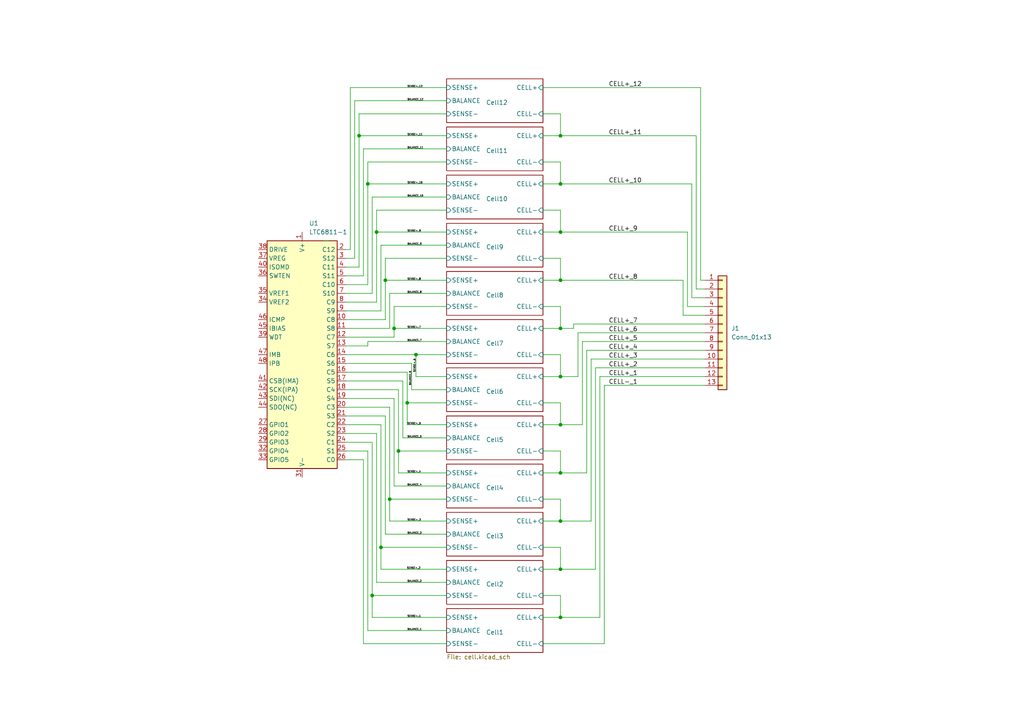
<source format=kicad_sch>
(kicad_sch (version 20211123) (generator eeschema)
  (paper "A4")
  (lib_symbols
    (symbol "Battery_Management:LTC6804-1"
      (property "Reference" "U" (at -10.16 34.29 0))
      (property "Value" "LTC6804-1" (at -16.51 -34.29 0))
      (symbol "LTC6804-1_0_1"
        (rectangle (start 10.16 -33.02) (end -10.16 33.02) (stroke (width 0.254)) (fill (type background)))
      )
      (symbol "LTC6804-1_1_1"
        (pin power_in line (at 0 35.56 270) (length 2.54) (name "V+") (number "1"))
        (pin input line (at 12.7 10.16 180) (length 2.54) (name "C8") (number "10"))
        (pin bidirectional line (at 12.7 7.62 180) (length 2.54) (name "S8") (number "11"))
        (pin input line (at 12.7 5.08 180) (length 2.54) (name "C7") (number "12"))
        (pin bidirectional line (at 12.7 2.54 180) (length 2.54) (name "S7") (number "13"))
        (pin input line (at 12.7 0 180) (length 2.54) (name "C6") (number "14"))
        (pin bidirectional line (at 12.7 -2.54 180) (length 2.54) (name "S6") (number "15"))
        (pin input line (at 12.7 -5.08 180) (length 2.54) (name "C5") (number "16"))
        (pin bidirectional line (at 12.7 -7.62 180) (length 2.54) (name "S5") (number "17"))
        (pin input line (at 12.7 -10.16 180) (length 2.54) (name "C4") (number "18"))
        (pin bidirectional line (at 12.7 -12.7 180) (length 2.54) (name "S4") (number "19"))
        (pin input line (at 12.7 30.48 180) (length 2.54) (name "C12") (number "2"))
        (pin input line (at 12.7 -15.24 180) (length 2.54) (name "C3") (number "20"))
        (pin bidirectional line (at 12.7 -17.78 180) (length 2.54) (name "S3") (number "21"))
        (pin input line (at 12.7 -20.32 180) (length 2.54) (name "C2") (number "22"))
        (pin bidirectional line (at 12.7 -22.86 180) (length 2.54) (name "S2") (number "23"))
        (pin input line (at 12.7 -25.4 180) (length 2.54) (name "C1") (number "24"))
        (pin bidirectional line (at 12.7 -27.94 180) (length 2.54) (name "S1") (number "25"))
        (pin input line (at 12.7 -30.48 180) (length 2.54) (name "C0") (number "26"))
        (pin bidirectional line (at -12.7 -20.32 0) (length 2.54) (name "GPIO1") (number "27"))
        (pin bidirectional line (at -12.7 -22.86 0) (length 2.54) (name "GPIO2") (number "28"))
        (pin bidirectional line (at -12.7 -25.4 0) (length 2.54) (name "GPIO3") (number "29"))
        (pin bidirectional line (at 12.7 27.94 180) (length 2.54) (name "S12") (number "3"))
        (pin passive line (at 0 -35.56 90) (length 2.54) hide (name "V-") (number "30"))
        (pin passive line (at 0 -35.56 90) (length 2.54) (name "V-") (number "31"))
        (pin bidirectional line (at -12.7 -27.94 0) (length 2.54) (name "GPIO4") (number "32"))
        (pin bidirectional line (at -12.7 -30.48 0) (length 2.54) (name "GPIO5") (number "33"))
        (pin output line (at -12.7 15.24 0) (length 2.54) (name "VREF2") (number "34"))
        (pin output line (at -12.7 17.78 0) (length 2.54) (name "VREF1") (number "35"))
        (pin input line (at -12.7 22.86 0) (length 2.54) (name "SWTEN") (number "36"))
        (pin input line (at -12.7 27.94 0) (length 2.54) (name "VREG") (number "37"))
        (pin output line (at -12.7 30.48 0) (length 2.54) (name "DRIVE") (number "38"))
        (pin output line (at -12.7 5.08 0) (length 2.54) (name "WDT") (number "39"))
        (pin input line (at 12.7 25.4 180) (length 2.54) (name "C11") (number "4"))
        (pin input line (at -12.7 25.4 0) (length 2.54) (name "ISOMD") (number "40"))
        (pin bidirectional line (at -12.7 -7.62 0) (length 2.54) (name "CSB(IMA)") (number "41"))
        (pin bidirectional line (at -12.7 -10.16 0) (length 2.54) (name "SCK(IPA)") (number "42"))
        (pin input line (at -12.7 -12.7 0) (length 2.54) (name "SDI(NC)") (number "43"))
        (pin open_collector line (at -12.7 -15.24 0) (length 2.54) (name "SDO(NC)") (number "44"))
        (pin passive line (at -12.7 7.62 0) (length 2.54) (name "IBIAS") (number "45"))
        (pin passive line (at -12.7 10.16 0) (length 2.54) (name "ICMP") (number "46"))
        (pin bidirectional line (at -12.7 0 0) (length 2.54) (name "IMB") (number "47"))
        (pin bidirectional line (at -12.7 -2.54 0) (length 2.54) (name "IPB") (number "48"))
        (pin bidirectional line (at 12.7 22.86 180) (length 2.54) (name "S11") (number "5"))
        (pin input line (at 12.7 20.32 180) (length 2.54) (name "C10") (number "6"))
        (pin bidirectional line (at 12.7 17.78 180) (length 2.54) (name "S10") (number "7"))
        (pin input line (at 12.7 15.24 180) (length 2.54) (name "C9") (number "8"))
        (pin bidirectional line (at 12.7 12.7 180) (length 2.54) (name "S9") (number "9"))
      )
    )
    (symbol "Connector_Generic:Conn_01x13" (pin_names (offset 1.016) hide)
      (property "Reference" "J" (at 0 17.78 0))
      (property "Value" "Conn_01x13" (at 0 -17.78 0))
      (symbol "Conn_01x13_1_1"
        (rectangle (start -1.27 -15.113) (end 0 -15.367) (stroke (width 0.1524)))
        (rectangle (start -1.27 -12.573) (end 0 -12.827) (stroke (width 0.1524)))
        (rectangle (start -1.27 -10.033) (end 0 -10.287) (stroke (width 0.1524)))
        (rectangle (start -1.27 -7.493) (end 0 -7.747) (stroke (width 0.1524)))
        (rectangle (start -1.27 -4.953) (end 0 -5.207) (stroke (width 0.1524)))
        (rectangle (start -1.27 -2.413) (end 0 -2.667) (stroke (width 0.1524)))
        (rectangle (start -1.27 0.127) (end 0 -0.127) (stroke (width 0.1524)))
        (rectangle (start -1.27 2.667) (end 0 2.413) (stroke (width 0.1524)))
        (rectangle (start -1.27 5.207) (end 0 4.953) (stroke (width 0.1524)))
        (rectangle (start -1.27 7.747) (end 0 7.493) (stroke (width 0.1524)))
        (rectangle (start -1.27 10.287) (end 0 10.033) (stroke (width 0.1524)))
        (rectangle (start -1.27 12.827) (end 0 12.573) (stroke (width 0.1524)))
        (rectangle (start -1.27 15.367) (end 0 15.113) (stroke (width 0.1524)))
        (rectangle (start -1.27 16.51) (end 1.27 -16.51) (stroke (width 0.254)) (fill (type background)))
        (pin passive line (at -5.08 15.24 0) (length 3.81) (name "Pin_1") (number "1"))
        (pin passive line (at -5.08 -7.62 0) (length 3.81) (name "Pin_10") (number "10"))
        (pin passive line (at -5.08 -10.16 0) (length 3.81) (name "Pin_11") (number "11"))
        (pin passive line (at -5.08 -12.7 0) (length 3.81) (name "Pin_12") (number "12"))
        (pin passive line (at -5.08 -15.24 0) (length 3.81) (name "Pin_13") (number "13"))
        (pin passive line (at -5.08 12.7 0) (length 3.81) (name "Pin_2") (number "2"))
        (pin passive line (at -5.08 10.16 0) (length 3.81) (name "Pin_3") (number "3"))
        (pin passive line (at -5.08 7.62 0) (length 3.81) (name "Pin_4") (number "4"))
        (pin passive line (at -5.08 5.08 0) (length 3.81) (name "Pin_5") (number "5"))
        (pin passive line (at -5.08 2.54 0) (length 3.81) (name "Pin_6") (number "6"))
        (pin passive line (at -5.08 0 0) (length 3.81) (name "Pin_7") (number "7"))
        (pin passive line (at -5.08 -2.54 0) (length 3.81) (name "Pin_8") (number "8"))
        (pin passive line (at -5.08 -5.08 0) (length 3.81) (name "Pin_9") (number "9"))
      )
    )
  )
  (junction (at 111.76 81.28))
  (junction (at 162.56 109.22))
  (junction (at 110.49 158.75))
  (junction (at 120.65 102.87))
  (junction (at 115.57 130.81))
  (junction (at 162.56 81.28))
  (junction (at 114.3 95.25))
  (junction (at 162.56 179.07))
  (junction (at 104.14 39.37))
  (junction (at 162.56 151.13))
  (junction (at 162.56 137.16))
  (junction (at 113.03 144.78))
  (junction (at 106.68 53.34))
  (junction (at 162.56 53.34))
  (junction (at 118.11 116.84))
  (junction (at 109.22 67.31))
  (junction (at 107.95 172.72))
  (junction (at 162.56 95.25))
  (junction (at 162.56 67.31))
  (junction (at 162.56 39.37))
  (junction (at 162.56 165.1))
  (junction (at 162.56 123.19))
  (wire (pts (xy 106.68 130.81) (xy 100.33 130.81)))
  (wire (pts (xy 199.39 88.9) (xy 199.39 67.31)))
  (wire (pts (xy 162.56 172.72) (xy 162.56 179.07)))
  (wire (pts (xy 162.56 179.07) (xy 157.48 179.07)))
  (wire (pts (xy 114.3 140.97) (xy 129.54 140.97)))
  (wire (pts (xy 110.49 165.1) (xy 110.49 158.75)))
  (wire (pts (xy 204.47 88.9) (xy 199.39 88.9)))
  (wire (pts (xy 114.3 97.79) (xy 100.33 97.79)))
  (wire (pts (xy 101.6 25.4) (xy 129.54 25.4)))
  (wire (pts (xy 204.47 104.14) (xy 171.45 104.14)))
  (wire (pts (xy 115.57 130.81) (xy 129.54 130.81)))
  (wire (pts (xy 104.14 33.02) (xy 129.54 33.02)))
  (wire (pts (xy 106.68 82.55) (xy 100.33 82.55)))
  (wire (pts (xy 129.54 168.91) (xy 109.22 168.91)))
  (wire (pts (xy 204.47 93.98) (xy 166.37 93.98)))
  (wire (pts (xy 102.87 29.21) (xy 129.54 29.21)))
  (wire (pts (xy 109.22 60.96) (xy 109.22 67.31)))
  (wire (pts (xy 129.54 99.06) (xy 106.68 99.06)))
  (wire (pts (xy 173.99 179.07) (xy 162.56 179.07)))
  (wire (pts (xy 204.47 86.36) (xy 200.66 86.36)))
  (wire (pts (xy 100.33 133.35) (xy 105.41 133.35)))
  (wire (pts (xy 116.84 110.49) (xy 116.84 127)))
  (wire (pts (xy 100.33 72.39) (xy 101.6 72.39)))
  (wire (pts (xy 166.37 93.98) (xy 166.37 95.25)))
  (wire (pts (xy 100.33 110.49) (xy 116.84 110.49)))
  (wire (pts (xy 171.45 151.13) (xy 162.56 151.13)))
  (wire (pts (xy 162.56 158.75) (xy 162.56 165.1)))
  (wire (pts (xy 106.68 100.33) (xy 100.33 100.33)))
  (wire (pts (xy 168.91 123.19) (xy 162.56 123.19)))
  (wire (pts (xy 114.3 95.25) (xy 114.3 97.79)))
  (wire (pts (xy 105.41 186.69) (xy 129.54 186.69)))
  (wire (pts (xy 100.33 113.03) (xy 115.57 113.03)))
  (wire (pts (xy 162.56 95.25) (xy 157.48 95.25)))
  (wire (pts (xy 109.22 87.63) (xy 100.33 87.63)))
  (wire (pts (xy 110.49 90.17) (xy 100.33 90.17)))
  (wire (pts (xy 100.33 120.65) (xy 111.76 120.65)))
  (wire (pts (xy 113.03 85.09) (xy 129.54 85.09)))
  (wire (pts (xy 200.66 86.36) (xy 200.66 53.34)))
  (wire (pts (xy 201.93 83.82) (xy 204.47 83.82)))
  (wire (pts (xy 118.11 116.84) (xy 118.11 123.19)))
  (wire (pts (xy 157.48 33.02) (xy 162.56 33.02)))
  (wire (pts (xy 129.54 172.72) (xy 107.95 172.72)))
  (wire (pts (xy 109.22 67.31) (xy 129.54 67.31)))
  (wire (pts (xy 101.6 72.39) (xy 101.6 25.4)))
  (wire (pts (xy 129.54 144.78) (xy 113.03 144.78)))
  (wire (pts (xy 129.54 109.22) (xy 120.65 109.22)))
  (wire (pts (xy 111.76 120.65) (xy 111.76 154.94)))
  (wire (pts (xy 162.56 123.19) (xy 157.48 123.19)))
  (wire (pts (xy 109.22 125.73) (xy 100.33 125.73)))
  (wire (pts (xy 162.56 33.02) (xy 162.56 39.37)))
  (wire (pts (xy 157.48 144.78) (xy 162.56 144.78)))
  (wire (pts (xy 100.33 102.87) (xy 120.65 102.87)))
  (wire (pts (xy 102.87 74.93) (xy 102.87 29.21)))
  (wire (pts (xy 104.14 77.47) (xy 104.14 39.37)))
  (wire (pts (xy 109.22 168.91) (xy 109.22 125.73)))
  (wire (pts (xy 100.33 95.25) (xy 113.03 95.25)))
  (wire (pts (xy 157.48 39.37) (xy 162.56 39.37)))
  (wire (pts (xy 111.76 74.93) (xy 111.76 81.28)))
  (wire (pts (xy 162.56 137.16) (xy 157.48 137.16)))
  (wire (pts (xy 113.03 151.13) (xy 113.03 144.78)))
  (wire (pts (xy 204.47 99.06) (xy 168.91 99.06)))
  (wire (pts (xy 170.18 101.6) (xy 170.18 137.16)))
  (wire (pts (xy 200.66 53.34) (xy 162.56 53.34)))
  (wire (pts (xy 104.14 39.37) (xy 129.54 39.37)))
  (wire (pts (xy 107.95 128.27) (xy 107.95 172.72)))
  (wire (pts (xy 107.95 172.72) (xy 107.95 179.07)))
  (wire (pts (xy 129.54 46.99) (xy 106.68 46.99)))
  (wire (pts (xy 166.37 95.25) (xy 162.56 95.25)))
  (wire (pts (xy 105.41 43.18) (xy 129.54 43.18)))
  (wire (pts (xy 172.72 106.68) (xy 204.47 106.68)))
  (wire (pts (xy 162.56 39.37) (xy 201.93 39.37)))
  (wire (pts (xy 162.56 67.31) (xy 157.48 67.31)))
  (wire (pts (xy 204.47 109.22) (xy 173.99 109.22)))
  (wire (pts (xy 129.54 57.15) (xy 107.95 57.15)))
  (wire (pts (xy 162.56 88.9) (xy 162.56 95.25)))
  (wire (pts (xy 157.48 46.99) (xy 162.56 46.99)))
  (wire (pts (xy 106.68 46.99) (xy 106.68 53.34)))
  (wire (pts (xy 109.22 67.31) (xy 109.22 87.63)))
  (wire (pts (xy 113.03 118.11) (xy 100.33 118.11)))
  (wire (pts (xy 162.56 151.13) (xy 157.48 151.13)))
  (wire (pts (xy 100.33 80.01) (xy 105.41 80.01)))
  (wire (pts (xy 203.2 25.4) (xy 203.2 81.28)))
  (wire (pts (xy 157.48 116.84) (xy 162.56 116.84)))
  (wire (pts (xy 175.26 111.76) (xy 175.26 186.69)))
  (wire (pts (xy 118.11 116.84) (xy 118.11 107.95)))
  (wire (pts (xy 111.76 92.71) (xy 100.33 92.71)))
  (wire (pts (xy 157.48 88.9) (xy 162.56 88.9)))
  (wire (pts (xy 129.54 116.84) (xy 118.11 116.84)))
  (wire (pts (xy 157.48 25.4) (xy 203.2 25.4)))
  (wire (pts (xy 129.54 74.93) (xy 111.76 74.93)))
  (wire (pts (xy 129.54 158.75) (xy 110.49 158.75)))
  (wire (pts (xy 157.48 172.72) (xy 162.56 172.72)))
  (wire (pts (xy 106.68 53.34) (xy 106.68 82.55)))
  (wire (pts (xy 105.41 133.35) (xy 105.41 186.69)))
  (wire (pts (xy 120.65 102.87) (xy 129.54 102.87)))
  (wire (pts (xy 107.95 128.27) (xy 100.33 128.27)))
  (wire (pts (xy 129.54 60.96) (xy 109.22 60.96)))
  (wire (pts (xy 162.56 102.87) (xy 162.56 109.22)))
  (wire (pts (xy 168.91 99.06) (xy 168.91 123.19)))
  (wire (pts (xy 114.3 88.9) (xy 114.3 95.25)))
  (wire (pts (xy 93.98 69.85) (xy 95.25 69.85)))
  (wire (pts (xy 105.41 80.01) (xy 105.41 43.18)))
  (wire (pts (xy 204.47 91.44) (xy 198.12 91.44)))
  (wire (pts (xy 157.48 102.87) (xy 162.56 102.87)))
  (wire (pts (xy 111.76 81.28) (xy 129.54 81.28)))
  (wire (pts (xy 157.48 130.81) (xy 162.56 130.81)))
  (wire (pts (xy 162.56 144.78) (xy 162.56 151.13)))
  (wire (pts (xy 129.54 137.16) (xy 115.57 137.16)))
  (wire (pts (xy 172.72 165.1) (xy 172.72 106.68)))
  (wire (pts (xy 129.54 179.07) (xy 107.95 179.07)))
  (wire (pts (xy 170.18 137.16) (xy 162.56 137.16)))
  (wire (pts (xy 171.45 104.14) (xy 171.45 151.13)))
  (wire (pts (xy 167.64 96.52) (xy 167.64 109.22)))
  (wire (pts (xy 110.49 158.75) (xy 110.49 123.19)))
  (wire (pts (xy 157.48 60.96) (xy 162.56 60.96)))
  (wire (pts (xy 201.93 39.37) (xy 201.93 83.82)))
  (wire (pts (xy 162.56 53.34) (xy 157.48 53.34)))
  (wire (pts (xy 129.54 71.12) (xy 110.49 71.12)))
  (wire (pts (xy 115.57 137.16) (xy 115.57 130.81)))
  (wire (pts (xy 118.11 123.19) (xy 129.54 123.19)))
  (wire (pts (xy 107.95 85.09) (xy 100.33 85.09)))
  (wire (pts (xy 162.56 60.96) (xy 162.56 67.31)))
  (wire (pts (xy 107.95 57.15) (xy 107.95 85.09)))
  (wire (pts (xy 173.99 109.22) (xy 173.99 179.07)))
  (wire (pts (xy 203.2 81.28) (xy 204.47 81.28)))
  (wire (pts (xy 111.76 154.94) (xy 129.54 154.94)))
  (wire (pts (xy 162.56 74.93) (xy 162.56 81.28)))
  (wire (pts (xy 100.33 77.47) (xy 104.14 77.47)))
  (wire (pts (xy 204.47 96.52) (xy 167.64 96.52)))
  (wire (pts (xy 129.54 88.9) (xy 114.3 88.9)))
  (wire (pts (xy 111.76 81.28) (xy 111.76 92.71)))
  (wire (pts (xy 100.33 105.41) (xy 119.38 105.41)))
  (wire (pts (xy 120.65 109.22) (xy 120.65 102.87)))
  (wire (pts (xy 116.84 127) (xy 129.54 127)))
  (wire (pts (xy 162.56 81.28) (xy 157.48 81.28)))
  (wire (pts (xy 162.56 116.84) (xy 162.56 123.19)))
  (wire (pts (xy 157.48 74.93) (xy 162.56 74.93)))
  (wire (pts (xy 110.49 71.12) (xy 110.49 90.17)))
  (wire (pts (xy 114.3 95.25) (xy 129.54 95.25)))
  (wire (pts (xy 162.56 165.1) (xy 172.72 165.1)))
  (wire (pts (xy 204.47 101.6) (xy 170.18 101.6)))
  (wire (pts (xy 129.54 165.1) (xy 110.49 165.1)))
  (wire (pts (xy 167.64 109.22) (xy 162.56 109.22)))
  (wire (pts (xy 162.56 130.81) (xy 162.56 137.16)))
  (wire (pts (xy 115.57 113.03) (xy 115.57 130.81)))
  (wire (pts (xy 157.48 165.1) (xy 162.56 165.1)))
  (wire (pts (xy 114.3 115.57) (xy 114.3 140.97)))
  (wire (pts (xy 199.39 67.31) (xy 162.56 67.31)))
  (wire (pts (xy 104.14 39.37) (xy 104.14 33.02)))
  (wire (pts (xy 198.12 81.28) (xy 162.56 81.28)))
  (wire (pts (xy 204.47 111.76) (xy 175.26 111.76)))
  (wire (pts (xy 106.68 99.06) (xy 106.68 100.33)))
  (wire (pts (xy 129.54 151.13) (xy 113.03 151.13)))
  (wire (pts (xy 119.38 105.41) (xy 119.38 113.03)))
  (wire (pts (xy 118.11 107.95) (xy 100.33 107.95)))
  (wire (pts (xy 113.03 95.25) (xy 113.03 85.09)))
  (wire (pts (xy 198.12 91.44) (xy 198.12 81.28)))
  (wire (pts (xy 157.48 158.75) (xy 162.56 158.75)))
  (wire (pts (xy 162.56 109.22) (xy 157.48 109.22)))
  (wire (pts (xy 106.68 182.88) (xy 106.68 130.81)))
  (wire (pts (xy 129.54 182.88) (xy 106.68 182.88)))
  (wire (pts (xy 175.26 186.69) (xy 157.48 186.69)))
  (wire (pts (xy 100.33 115.57) (xy 114.3 115.57)))
  (wire (pts (xy 113.03 144.78) (xy 113.03 118.11)))
  (wire (pts (xy 162.56 46.99) (xy 162.56 53.34)))
  (wire (pts (xy 119.38 113.03) (xy 129.54 113.03)))
  (wire (pts (xy 100.33 74.93) (xy 102.87 74.93)))
  (wire (pts (xy 110.49 123.19) (xy 100.33 123.19)))
  (wire (pts (xy 106.68 53.34) (xy 129.54 53.34)))
  (label "CELL+_3" (at 176.53 104.14 0))
  (label "CELL+_1" (at 176.53 109.22 0))
  (label "BALANCE_5" (at 118.11 127 0) (effects (font (size 0.5 0.5))))
  (label "BALANCE_3" (at 118.11 154.94 0) (effects (font (size 0.5 0.5))))
  (label "BALANCE_6" (at 119.38 111.76 90) (effects (font (size 0.5 0.5))))
  (label "CELL+_5" (at 176.53 99.06 0))
  (label "CELL+_12" (at 176.53 25.4 0))
  (label "CELL+_11" (at 176.53 39.37 0))
  (label "BALANCE_8" (at 118.11 85.09 0) (effects (font (size 0.5 0.5))))
  (label "SENSE+_6" (at 120.65 107.95 90) (effects (font (size 0.5 0.5))))
  (label "SENSE+_12" (at 118.11 25.4 0) (effects (font (size 0.5 0.5))))
  (label "CELL+_8" (at 176.53 81.28 0))
  (label "CELL+_2" (at 176.53 106.68 0))
  (label "SENSE+_10" (at 118.11 53.34 0) (effects (font (size 0.5 0.5))))
  (label "BALANCE_7" (at 118.11 99.06 0) (effects (font (size 0.5 0.5))))
  (label "BALANCE_12" (at 118.11 29.21 0) (effects (font (size 0.5 0.5))))
  (label "BALANCE_10" (at 118.11 57.15 0) (effects (font (size 0.5 0.5))))
  (label "SENSE+_1" (at 118.11 179.07 0) (effects (font (size 0.5 0.5))))
  (label "SENSE+_11" (at 118.11 39.37 0) (effects (font (size 0.5 0.5))))
  (label "CELL+_10" (at 176.53 53.34 0))
  (label "BALANCE_4" (at 118.0853 140.97 0) (effects (font (size 0.5 0.5))))
  (label "SENSE+_2" (at 117.9827 165.1 0) (effects (font (size 0.5 0.5))))
  (label "CELL-_1" (at 176.53 111.76 0))
  (label "SENSE+_8" (at 118.11 81.28 0) (effects (font (size 0.5 0.5))))
  (label "CELL+_9" (at 176.53 67.31 0))
  (label "BALANCE_2" (at 118.11 168.91 0) (effects (font (size 0.5 0.5))))
  (label "SENSE+_7" (at 118.11 95.25 0) (effects (font (size 0.5 0.5))))
  (label "BALANCE_9" (at 118.11 71.12 0) (effects (font (size 0.5 0.5))))
  (label "BALANCE_11" (at 118.11 43.18 0) (effects (font (size 0.5 0.5))))
  (label "SENSE+_3" (at 118.11 151.13 0) (effects (font (size 0.5 0.5))))
  (label "SENSE+_4" (at 118.11 137.16 0) (effects (font (size 0.5 0.5))))
  (label "BALANCE_1" (at 118.11 182.88 0) (effects (font (size 0.5 0.5))))
  (label "CELL+_6" (at 176.53 96.52 0))
  (label "CELL+_7" (at 176.53 93.98 0))
  (label "SENSE+_9" (at 118.11 67.31 0) (effects (font (size 0.5 0.5))))
  (label "CELL+_4" (at 176.53 101.6 0))
  (label "SENSE+_5" (at 118.11 123.19 0) (effects (font (size 0.5 0.5))))
  (symbol (lib_id "Connector_Generic:Conn_01x13") (at 209.55 96.52 0) (unit 1)
    (property "Reference" "J1" (at 212.09 95.2499 0) (effects (justify left)))
    (property "Value" "Conn_01x13" (at 212.09 97.7899 0) (effects (justify left)))
    (property "Footprint" "Connector_JST:JST_XH_B13B-XH-A_1x13_P2.50mm_Vertical" (effects hide))
  )
  (symbol (lib_id "Battery_Management:LTC6804-1") (at 87.63 102.87 0) (unit 1)
    (property "Reference" "U1" (at 89.6494 64.77 0) (effects (justify left)))
    (property "Value" "LTC6811-1" (at 89.6494 67.31 0) (effects (justify left)))
    (property "Footprint" "Package_SO:SSOP-48_5.3x12.8mm_P0.5mm" (effects hide))
    (property "Datasheet" "https://www.analog.com/media/en/technical-documentation/data-sheets/680412fc.pdf" (effects hide))
  )
  (sheet (at 129.54 148.59) (size 27.94 12.7) (stroke (width 0.1524))
    (property "Sheet name" "Cell3" (at 140.97 156.21 0) (effects (justify left bottom)))
    (property "Sheet file" "cell.kicad_sch" (effects hide))
    (pin "CELL+" input (at 157.48 151.13 0))
    (pin "CELL-" input (at 157.48 158.75 0))
    (pin "SENSE+" input (at 129.54 151.13 180))
    (pin "BALANCE" input (at 129.54 154.94 180))
    (pin "SENSE-" input (at 129.54 158.75 180))
  )
  (sheet (at 129.54 120.65) (size 27.94 12.7) (stroke (width 0.1524))
    (property "Sheet name" "Cell5" (at 140.97 128.27 0) (effects (justify left bottom)))
    (property "Sheet file" "cell.kicad_sch" (effects hide))
    (pin "CELL+" input (at 157.48 123.19 0))
    (pin "CELL-" input (at 157.48 130.81 0))
    (pin "SENSE+" input (at 129.54 123.19 180))
    (pin "BALANCE" input (at 129.54 127 180))
    (pin "SENSE-" input (at 129.54 130.81 180))
  )
  (sheet (at 129.54 92.71) (size 27.94 12.7) (stroke (width 0.1524))
    (property "Sheet name" "Cell7" (at 140.97 100.33 0) (effects (justify left bottom)))
    (property "Sheet file" "cell.kicad_sch" (effects hide))
    (pin "CELL+" input (at 157.48 95.25 0))
    (pin "CELL-" input (at 157.48 102.87 0))
    (pin "SENSE+" input (at 129.54 95.25 180))
    (pin "BALANCE" input (at 129.54 99.06 180))
    (pin "SENSE-" input (at 129.54 102.87 180))
  )
  (sheet (at 129.54 50.8) (size 27.94 12.7) (stroke (width 0.1524))
    (property "Sheet name" "Cell10" (at 140.97 58.42 0) (effects (justify left bottom)))
    (property "Sheet file" "cell.kicad_sch" (effects hide))
    (pin "CELL+" input (at 157.48 53.34 0))
    (pin "CELL-" input (at 157.48 60.96 0))
    (pin "SENSE+" input (at 129.54 53.34 180))
    (pin "BALANCE" input (at 129.54 57.15 180))
    (pin "SENSE-" input (at 129.54 60.96 180))
  )
  (sheet (at 129.54 36.83) (size 27.94 12.7) (stroke (width 0.1524))
    (property "Sheet name" "Cell11" (at 140.97 44.45 0) (effects (justify left bottom)))
    (property "Sheet file" "cell.kicad_sch" (effects hide))
    (pin "CELL+" input (at 157.48 39.37 0))
    (pin "CELL-" input (at 157.48 46.99 0))
    (pin "SENSE+" input (at 129.54 39.37 180))
    (pin "BALANCE" input (at 129.54 43.18 180))
    (pin "SENSE-" input (at 129.54 46.99 180))
  )
  (sheet (at 129.54 176.53) (size 27.94 12.7) (stroke (width 0.1524))
    (property "Sheet name" "Cell1" (at 140.97 184.15 0) (effects (justify left bottom)))
    (property "Sheet file" "cell.kicad_sch" (at 129.54 189.8146 0) (effects (justify left top)))
    (pin "CELL+" input (at 157.48 179.07 0))
    (pin "CELL-" input (at 157.48 186.69 0))
    (pin "SENSE+" input (at 129.54 179.07 180))
    (pin "BALANCE" input (at 129.54 182.88 180))
    (pin "SENSE-" input (at 129.54 186.69 180))
  )
  (sheet (at 129.54 162.56) (size 27.94 12.7) (stroke (width 0.1524))
    (property "Sheet name" "Cell2" (at 140.97 170.18 0) (effects (justify left bottom)))
    (property "Sheet file" "cell.kicad_sch" (effects hide))
    (pin "CELL+" input (at 157.48 165.1 0))
    (pin "CELL-" input (at 157.48 172.72 0))
    (pin "SENSE+" input (at 129.54 165.1 180))
    (pin "BALANCE" input (at 129.54 168.91 180))
    (pin "SENSE-" input (at 129.54 172.72 180))
  )
  (sheet (at 129.54 106.68) (size 27.94 12.7) (stroke (width 0.1524))
    (property "Sheet name" "Cell6" (at 140.97 114.3 0) (effects (justify left bottom)))
    (property "Sheet file" "cell.kicad_sch" (effects hide))
    (pin "CELL+" input (at 157.48 109.22 0))
    (pin "CELL-" input (at 157.48 116.84 0))
    (pin "SENSE+" input (at 129.54 109.22 180))
    (pin "BALANCE" input (at 129.54 113.03 180))
    (pin "SENSE-" input (at 129.54 116.84 180))
  )
  (sheet (at 129.54 78.74) (size 27.94 12.7) (stroke (width 0.1524))
    (property "Sheet name" "Cell8" (at 140.97 86.36 0) (effects (justify left bottom)))
    (property "Sheet file" "cell.kicad_sch" (effects hide))
    (pin "CELL+" input (at 157.48 81.28 0))
    (pin "CELL-" input (at 157.48 88.9 0))
    (pin "SENSE+" input (at 129.54 81.28 180))
    (pin "BALANCE" input (at 129.54 85.09 180))
    (pin "SENSE-" input (at 129.54 88.9 180))
  )
  (sheet (at 129.54 64.77) (size 27.94 12.7) (stroke (width 0.1524))
    (property "Sheet name" "Cell9" (at 140.97 72.39 0) (effects (justify left bottom)))
    (property "Sheet file" "cell.kicad_sch" (effects hide))
    (pin "CELL+" input (at 157.48 67.31 0))
    (pin "CELL-" input (at 157.48 74.93 0))
    (pin "SENSE+" input (at 129.54 67.31 180))
    (pin "BALANCE" input (at 129.54 71.12 180))
    (pin "SENSE-" input (at 129.54 74.93 180))
  )
  (sheet (at 129.54 22.86) (size 27.94 12.7) (stroke (width 0.1524))
    (property "Sheet name" "Cell12" (at 140.97 30.48 0) (effects (justify left bottom)))
    (property "Sheet file" "cell.kicad_sch" (effects hide))
    (pin "CELL+" input (at 157.48 25.4 0))
    (pin "CELL-" input (at 157.48 33.02 0))
    (pin "SENSE+" input (at 129.54 25.4 180))
    (pin "BALANCE" input (at 129.54 29.21 180))
    (pin "SENSE-" input (at 129.54 33.02 180))
  )
  (sheet (at 129.54 134.62) (size 27.94 12.7) (stroke (width 0.1524))
    (property "Sheet name" "Cell4" (at 140.97 142.24 0) (effects (justify left bottom)))
    (property "Sheet file" "cell.kicad_sch" (effects hide))
    (pin "CELL+" input (at 157.48 137.16 0))
    (pin "CELL-" input (at 157.48 144.78 0))
    (pin "SENSE+" input (at 129.54 137.16 180))
    (pin "BALANCE" input (at 129.54 140.97 180))
    (pin "SENSE-" input (at 129.54 144.78 180))
  )
)
</source>
